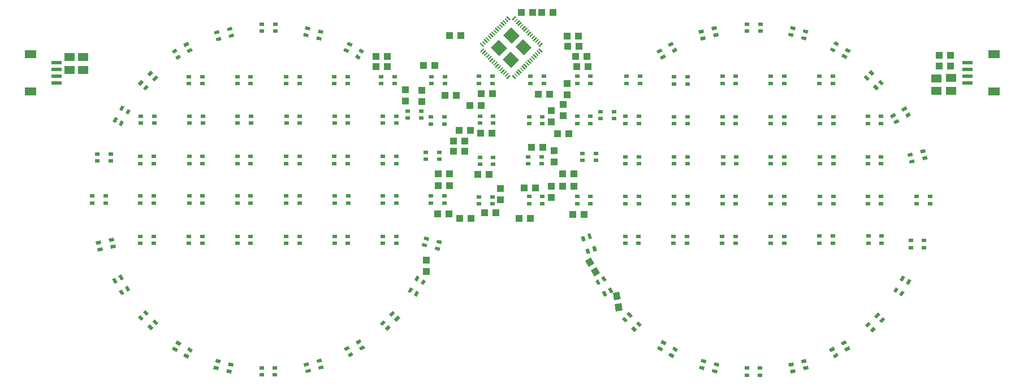
<source format=gbr>
G04 EAGLE Gerber RS-274X export*
G75*
%MOMM*%
%FSLAX34Y34*%
%LPD*%
%INSolderpaste Top*%
%IPPOS*%
%AMOC8*
5,1,8,0,0,1.08239X$1,22.5*%
G01*
%ADD10R,1.500000X1.240000*%
%ADD11R,0.700000X0.200000*%
%ADD12R,1.651000X1.778000*%
%ADD13R,1.075000X1.000000*%
%ADD14R,0.750000X0.500000*%
%ADD15R,1.550000X0.600000*%
%ADD16R,1.800000X1.200000*%
%ADD17R,1.000000X1.075000*%


D10*
X-662580Y231100D03*
X-662580Y250100D03*
X635445Y218205D03*
X635445Y199205D03*
X-641915Y231050D03*
X-641915Y250050D03*
D11*
G36*
X45807Y270620D02*
X40859Y265672D01*
X39445Y267086D01*
X44393Y272034D01*
X45807Y270620D01*
G37*
G36*
X42978Y273448D02*
X38030Y268500D01*
X36616Y269914D01*
X41564Y274862D01*
X42978Y273448D01*
G37*
G36*
X40150Y276276D02*
X35202Y271328D01*
X33788Y272742D01*
X38736Y277690D01*
X40150Y276276D01*
G37*
G36*
X37321Y279105D02*
X32373Y274157D01*
X30959Y275571D01*
X35907Y280519D01*
X37321Y279105D01*
G37*
G36*
X34493Y281933D02*
X29545Y276985D01*
X28131Y278399D01*
X33079Y283347D01*
X34493Y281933D01*
G37*
G36*
X31664Y284762D02*
X26716Y279814D01*
X25302Y281228D01*
X30250Y286176D01*
X31664Y284762D01*
G37*
G36*
X28836Y287590D02*
X23888Y282642D01*
X22474Y284056D01*
X27422Y289004D01*
X28836Y287590D01*
G37*
G36*
X26008Y290419D02*
X21060Y285471D01*
X19646Y286885D01*
X24594Y291833D01*
X26008Y290419D01*
G37*
G36*
X23179Y293247D02*
X18231Y288299D01*
X16817Y289713D01*
X21765Y294661D01*
X23179Y293247D01*
G37*
G36*
X20351Y296075D02*
X15403Y291127D01*
X13989Y292541D01*
X18937Y297489D01*
X20351Y296075D01*
G37*
G36*
X17522Y298904D02*
X12574Y293956D01*
X11160Y295370D01*
X16108Y300318D01*
X17522Y298904D01*
G37*
G36*
X14694Y301732D02*
X9746Y296784D01*
X8332Y298198D01*
X13280Y303146D01*
X14694Y301732D01*
G37*
G36*
X11865Y304561D02*
X6917Y299613D01*
X5503Y301027D01*
X10451Y305975D01*
X11865Y304561D01*
G37*
G36*
X9037Y307389D02*
X4089Y302441D01*
X2675Y303855D01*
X7623Y308803D01*
X9037Y307389D01*
G37*
G36*
X6209Y310218D02*
X1261Y305270D01*
X-153Y306684D01*
X4795Y311632D01*
X6209Y310218D01*
G37*
G36*
X-7225Y311632D02*
X-2277Y306684D01*
X-3691Y305270D01*
X-8639Y310218D01*
X-7225Y311632D01*
G37*
G36*
X-10053Y308803D02*
X-5105Y303855D01*
X-6519Y302441D01*
X-11467Y307389D01*
X-10053Y308803D01*
G37*
G36*
X-12881Y305975D02*
X-7933Y301027D01*
X-9347Y299613D01*
X-14295Y304561D01*
X-12881Y305975D01*
G37*
G36*
X-15710Y303146D02*
X-10762Y298198D01*
X-12176Y296784D01*
X-17124Y301732D01*
X-15710Y303146D01*
G37*
G36*
X-18538Y300318D02*
X-13590Y295370D01*
X-15004Y293956D01*
X-19952Y298904D01*
X-18538Y300318D01*
G37*
G36*
X-21367Y297489D02*
X-16419Y292541D01*
X-17833Y291127D01*
X-22781Y296075D01*
X-21367Y297489D01*
G37*
G36*
X-24195Y294661D02*
X-19247Y289713D01*
X-20661Y288299D01*
X-25609Y293247D01*
X-24195Y294661D01*
G37*
G36*
X-27024Y291833D02*
X-22076Y286885D01*
X-23490Y285471D01*
X-28438Y290419D01*
X-27024Y291833D01*
G37*
G36*
X-29852Y289004D02*
X-24904Y284056D01*
X-26318Y282642D01*
X-31266Y287590D01*
X-29852Y289004D01*
G37*
G36*
X-32680Y286176D02*
X-27732Y281228D01*
X-29146Y279814D01*
X-34094Y284762D01*
X-32680Y286176D01*
G37*
G36*
X-35509Y283347D02*
X-30561Y278399D01*
X-31975Y276985D01*
X-36923Y281933D01*
X-35509Y283347D01*
G37*
G36*
X-38337Y280519D02*
X-33389Y275571D01*
X-34803Y274157D01*
X-39751Y279105D01*
X-38337Y280519D01*
G37*
G36*
X-41166Y277690D02*
X-36218Y272742D01*
X-37632Y271328D01*
X-42580Y276276D01*
X-41166Y277690D01*
G37*
G36*
X-43994Y274862D02*
X-39046Y269914D01*
X-40460Y268500D01*
X-45408Y273448D01*
X-43994Y274862D01*
G37*
G36*
X-46823Y272034D02*
X-41875Y267086D01*
X-43289Y265672D01*
X-48237Y270620D01*
X-46823Y272034D01*
G37*
G36*
X-48237Y258600D02*
X-43289Y263548D01*
X-41875Y262134D01*
X-46823Y257186D01*
X-48237Y258600D01*
G37*
G36*
X-45408Y255772D02*
X-40460Y260720D01*
X-39046Y259306D01*
X-43994Y254358D01*
X-45408Y255772D01*
G37*
G36*
X-42580Y252944D02*
X-37632Y257892D01*
X-36218Y256478D01*
X-41166Y251530D01*
X-42580Y252944D01*
G37*
G36*
X-39751Y250115D02*
X-34803Y255063D01*
X-33389Y253649D01*
X-38337Y248701D01*
X-39751Y250115D01*
G37*
G36*
X-36923Y247287D02*
X-31975Y252235D01*
X-30561Y250821D01*
X-35509Y245873D01*
X-36923Y247287D01*
G37*
G36*
X-34094Y244458D02*
X-29146Y249406D01*
X-27732Y247992D01*
X-32680Y243044D01*
X-34094Y244458D01*
G37*
G36*
X-31266Y241630D02*
X-26318Y246578D01*
X-24904Y245164D01*
X-29852Y240216D01*
X-31266Y241630D01*
G37*
G36*
X-28438Y238801D02*
X-23490Y243749D01*
X-22076Y242335D01*
X-27024Y237387D01*
X-28438Y238801D01*
G37*
G36*
X-25609Y235973D02*
X-20661Y240921D01*
X-19247Y239507D01*
X-24195Y234559D01*
X-25609Y235973D01*
G37*
G36*
X-22781Y233145D02*
X-17833Y238093D01*
X-16419Y236679D01*
X-21367Y231731D01*
X-22781Y233145D01*
G37*
G36*
X-19952Y230316D02*
X-15004Y235264D01*
X-13590Y233850D01*
X-18538Y228902D01*
X-19952Y230316D01*
G37*
G36*
X-17124Y227488D02*
X-12176Y232436D01*
X-10762Y231022D01*
X-15710Y226074D01*
X-17124Y227488D01*
G37*
G36*
X-14295Y224659D02*
X-9347Y229607D01*
X-7933Y228193D01*
X-12881Y223245D01*
X-14295Y224659D01*
G37*
G36*
X-11467Y221831D02*
X-6519Y226779D01*
X-5105Y225365D01*
X-10053Y220417D01*
X-11467Y221831D01*
G37*
G36*
X-8639Y219002D02*
X-3691Y223950D01*
X-2277Y222536D01*
X-7225Y217588D01*
X-8639Y219002D01*
G37*
G36*
X4795Y217588D02*
X-153Y222536D01*
X1261Y223950D01*
X6209Y219002D01*
X4795Y217588D01*
G37*
G36*
X7623Y220417D02*
X2675Y225365D01*
X4089Y226779D01*
X9037Y221831D01*
X7623Y220417D01*
G37*
G36*
X10451Y223245D02*
X5503Y228193D01*
X6917Y229607D01*
X11865Y224659D01*
X10451Y223245D01*
G37*
G36*
X13280Y226074D02*
X8332Y231022D01*
X9746Y232436D01*
X14694Y227488D01*
X13280Y226074D01*
G37*
G36*
X16108Y228902D02*
X11160Y233850D01*
X12574Y235264D01*
X17522Y230316D01*
X16108Y228902D01*
G37*
G36*
X18937Y231731D02*
X13989Y236679D01*
X15403Y238093D01*
X20351Y233145D01*
X18937Y231731D01*
G37*
G36*
X21765Y234559D02*
X16817Y239507D01*
X18231Y240921D01*
X23179Y235973D01*
X21765Y234559D01*
G37*
G36*
X24594Y237387D02*
X19646Y242335D01*
X21060Y243749D01*
X26008Y238801D01*
X24594Y237387D01*
G37*
G36*
X27422Y240216D02*
X22474Y245164D01*
X23888Y246578D01*
X28836Y241630D01*
X27422Y240216D01*
G37*
G36*
X30250Y243044D02*
X25302Y247992D01*
X26716Y249406D01*
X31664Y244458D01*
X30250Y243044D01*
G37*
G36*
X33079Y245873D02*
X28131Y250821D01*
X29545Y252235D01*
X34493Y247287D01*
X33079Y245873D01*
G37*
G36*
X35907Y248701D02*
X30959Y253649D01*
X32373Y255063D01*
X37321Y250115D01*
X35907Y248701D01*
G37*
G36*
X38736Y251530D02*
X33788Y256478D01*
X35202Y257892D01*
X40150Y252944D01*
X38736Y251530D01*
G37*
G36*
X41564Y254358D02*
X36616Y259306D01*
X38030Y260720D01*
X42978Y255772D01*
X41564Y254358D01*
G37*
G36*
X44393Y257186D02*
X39445Y262134D01*
X40859Y263548D01*
X45807Y258600D01*
X44393Y257186D01*
G37*
D12*
G36*
X5072Y265508D02*
X16746Y277182D01*
X29318Y264610D01*
X17644Y252936D01*
X5072Y265508D01*
G37*
G36*
X-13787Y246649D02*
X-2113Y258323D01*
X10459Y245751D01*
X-1215Y234077D01*
X-13787Y246649D01*
G37*
G36*
X-31748Y264610D02*
X-20074Y276284D01*
X-7502Y263712D01*
X-19176Y252038D01*
X-31748Y264610D01*
G37*
G36*
X-12889Y283469D02*
X-1215Y295143D01*
X11357Y282571D01*
X-317Y270897D01*
X-12889Y283469D01*
G37*
D13*
X30745Y316780D03*
X13745Y316780D03*
D14*
G36*
X-148172Y-97576D02*
X-151922Y-104070D01*
X-156252Y-101570D01*
X-152502Y-95076D01*
X-148172Y-97576D01*
G37*
G36*
X-139078Y-102826D02*
X-142828Y-109320D01*
X-147158Y-106820D01*
X-143408Y-100326D01*
X-139078Y-102826D01*
G37*
G36*
X-129078Y-85506D02*
X-132828Y-92000D01*
X-137158Y-89500D01*
X-133408Y-83006D01*
X-129078Y-85506D01*
G37*
G36*
X-138172Y-80256D02*
X-141922Y-86750D01*
X-146252Y-84250D01*
X-142502Y-77756D01*
X-138172Y-80256D01*
G37*
X-49410Y221235D03*
X-49410Y210735D03*
X-29410Y210735D03*
X-29410Y221235D03*
X-48140Y161390D03*
X-48140Y150890D03*
X-28140Y150890D03*
X-28140Y161390D03*
X-48140Y99640D03*
X-48140Y89140D03*
X-28140Y89140D03*
X-28140Y99640D03*
X-49410Y40430D03*
X-49410Y29930D03*
X-29410Y29930D03*
X-29410Y40430D03*
G36*
X-125363Y-25341D02*
X-132607Y-23400D01*
X-131313Y-18571D01*
X-124069Y-20512D01*
X-125363Y-25341D01*
G37*
G36*
X-128081Y-35484D02*
X-135325Y-33543D01*
X-134031Y-28714D01*
X-126787Y-30655D01*
X-128081Y-35484D01*
G37*
G36*
X-108763Y-40660D02*
X-116007Y-38719D01*
X-114713Y-33890D01*
X-107469Y-35831D01*
X-108763Y-40660D01*
G37*
G36*
X-106045Y-30518D02*
X-113289Y-28577D01*
X-111995Y-23748D01*
X-104751Y-25689D01*
X-106045Y-30518D01*
G37*
G36*
X487479Y266052D02*
X480985Y269802D01*
X483485Y274132D01*
X489979Y270382D01*
X487479Y266052D01*
G37*
G36*
X482229Y256958D02*
X475735Y260708D01*
X478235Y265038D01*
X484729Y261288D01*
X482229Y256958D01*
G37*
G36*
X499549Y246958D02*
X493055Y250708D01*
X495555Y255038D01*
X502049Y251288D01*
X499549Y246958D01*
G37*
G36*
X504799Y256052D02*
X498305Y259802D01*
X500805Y264132D01*
X507299Y260382D01*
X504799Y256052D01*
G37*
G36*
X574899Y161992D02*
X568405Y158242D01*
X565905Y162572D01*
X572399Y166322D01*
X574899Y161992D01*
G37*
G36*
X580149Y152898D02*
X573655Y149148D01*
X571155Y153478D01*
X577649Y157228D01*
X580149Y152898D01*
G37*
G36*
X597469Y162898D02*
X590975Y159148D01*
X588475Y163478D01*
X594969Y167228D01*
X597469Y162898D01*
G37*
G36*
X592219Y171992D02*
X585725Y168242D01*
X583225Y172572D01*
X589719Y176322D01*
X592219Y171992D01*
G37*
G36*
X600288Y102145D02*
X593044Y100204D01*
X591750Y105033D01*
X598994Y106974D01*
X600288Y102145D01*
G37*
G36*
X603006Y92002D02*
X595762Y90061D01*
X594468Y94890D01*
X601712Y96831D01*
X603006Y92002D01*
G37*
G36*
X622324Y97179D02*
X615080Y95238D01*
X613786Y100067D01*
X621030Y102008D01*
X622324Y97179D01*
G37*
G36*
X619606Y107321D02*
X612362Y105380D01*
X611068Y110209D01*
X618312Y112150D01*
X619606Y107321D01*
G37*
X605910Y40925D03*
X605910Y30425D03*
X625910Y30425D03*
X625910Y40925D03*
X597020Y-25270D03*
X597020Y-35770D03*
X617020Y-35770D03*
X617020Y-25270D03*
G36*
X578638Y-97356D02*
X574888Y-103850D01*
X570558Y-101350D01*
X574308Y-94856D01*
X578638Y-97356D01*
G37*
G36*
X587732Y-102606D02*
X583982Y-109100D01*
X579652Y-106600D01*
X583402Y-100106D01*
X587732Y-102606D01*
G37*
G36*
X597732Y-85286D02*
X593982Y-91780D01*
X589652Y-89280D01*
X593402Y-82786D01*
X597732Y-85286D01*
G37*
G36*
X588638Y-80036D02*
X584888Y-86530D01*
X580558Y-84030D01*
X584308Y-77536D01*
X588638Y-80036D01*
G37*
G36*
X423277Y290439D02*
X416033Y292380D01*
X417327Y297209D01*
X424571Y295268D01*
X423277Y290439D01*
G37*
G36*
X420559Y280296D02*
X413315Y282237D01*
X414609Y287066D01*
X421853Y285125D01*
X420559Y280296D01*
G37*
G36*
X439877Y275120D02*
X432633Y277061D01*
X433927Y281890D01*
X441171Y279949D01*
X439877Y275120D01*
G37*
G36*
X442595Y285262D02*
X435351Y287203D01*
X436645Y292032D01*
X443889Y290091D01*
X442595Y285262D01*
G37*
G36*
X-189293Y-148004D02*
X-194595Y-153306D01*
X-198131Y-149770D01*
X-192829Y-144468D01*
X-189293Y-148004D01*
G37*
G36*
X-181868Y-155429D02*
X-187170Y-160731D01*
X-190706Y-157195D01*
X-185404Y-151893D01*
X-181868Y-155429D01*
G37*
G36*
X-167726Y-141287D02*
X-173028Y-146589D01*
X-176564Y-143053D01*
X-171262Y-137751D01*
X-167726Y-141287D01*
G37*
G36*
X-175151Y-133862D02*
X-180453Y-139164D01*
X-183989Y-135628D01*
X-178687Y-130326D01*
X-175151Y-133862D01*
G37*
X-120685Y220600D03*
X-120685Y210100D03*
X-100685Y210100D03*
X-100685Y220600D03*
X-121320Y160120D03*
X-121320Y149620D03*
X-101320Y149620D03*
X-101320Y160120D03*
X-128940Y107260D03*
X-128940Y96760D03*
X-108940Y96760D03*
X-108940Y107260D03*
X-121320Y41700D03*
X-121320Y31200D03*
X-101320Y31200D03*
X-101320Y41700D03*
X-156245Y169180D03*
X-156245Y158680D03*
X-136245Y158680D03*
X-136245Y169180D03*
G36*
X539131Y221928D02*
X533829Y227230D01*
X537365Y230766D01*
X542667Y225464D01*
X539131Y221928D01*
G37*
G36*
X531706Y214503D02*
X526404Y219805D01*
X529940Y223341D01*
X535242Y218039D01*
X531706Y214503D01*
G37*
G36*
X545848Y200361D02*
X540546Y205663D01*
X544082Y209199D01*
X549384Y203897D01*
X545848Y200361D01*
G37*
G36*
X553273Y207786D02*
X547971Y213088D01*
X551507Y216624D01*
X556809Y211322D01*
X553273Y207786D01*
G37*
X532730Y161250D03*
X532730Y150750D03*
X552730Y150750D03*
X552730Y161250D03*
X532730Y100770D03*
X532730Y90270D03*
X552730Y90270D03*
X552730Y100770D03*
X532730Y40925D03*
X532730Y30425D03*
X552730Y30425D03*
X552730Y40925D03*
X533365Y-18285D03*
X533365Y-28785D03*
X553365Y-28785D03*
X553365Y-18285D03*
G36*
X537147Y-150344D02*
X531845Y-155646D01*
X528309Y-152110D01*
X533611Y-146808D01*
X537147Y-150344D01*
G37*
G36*
X544572Y-157769D02*
X539270Y-163071D01*
X535734Y-159535D01*
X541036Y-154233D01*
X544572Y-157769D01*
G37*
G36*
X558714Y-143627D02*
X553412Y-148929D01*
X549876Y-145393D01*
X555178Y-140091D01*
X558714Y-143627D01*
G37*
G36*
X551289Y-136202D02*
X545987Y-141504D01*
X542451Y-137968D01*
X547753Y-132666D01*
X551289Y-136202D01*
G37*
X351755Y299540D03*
X351755Y289040D03*
X371755Y289040D03*
X371755Y299540D03*
G36*
X-242656Y-187443D02*
X-249150Y-191193D01*
X-251650Y-186863D01*
X-245156Y-183113D01*
X-242656Y-187443D01*
G37*
G36*
X-237406Y-196537D02*
X-243900Y-200287D01*
X-246400Y-195957D01*
X-239906Y-192207D01*
X-237406Y-196537D01*
G37*
G36*
X-220086Y-186537D02*
X-226580Y-190287D01*
X-229080Y-185957D01*
X-222586Y-182207D01*
X-220086Y-186537D01*
G37*
G36*
X-225336Y-177443D02*
X-231830Y-181193D01*
X-234330Y-176863D01*
X-227836Y-173113D01*
X-225336Y-177443D01*
G37*
X-195770Y220600D03*
X-195770Y210100D03*
X-175770Y210100D03*
X-175770Y220600D03*
X-193230Y161390D03*
X-193230Y150890D03*
X-173230Y150890D03*
X-173230Y161390D03*
X-193230Y100910D03*
X-193230Y90410D03*
X-173230Y90410D03*
X-173230Y100910D03*
X-193230Y41700D03*
X-193230Y31200D03*
X-173230Y31200D03*
X-173230Y41700D03*
X-193230Y-18780D03*
X-193230Y-29280D03*
X-173230Y-29280D03*
X-173230Y-18780D03*
X460185Y221095D03*
X460185Y210595D03*
X480185Y210595D03*
X480185Y221095D03*
X460820Y160615D03*
X460820Y150115D03*
X480820Y150115D03*
X480820Y160615D03*
X460820Y100770D03*
X460820Y90270D03*
X480820Y90270D03*
X480820Y100770D03*
X460820Y40925D03*
X460820Y30425D03*
X480820Y30425D03*
X480820Y40925D03*
X460185Y-18285D03*
X460185Y-28785D03*
X480185Y-28785D03*
X480185Y-18285D03*
G36*
X483829Y-188803D02*
X477335Y-192553D01*
X474835Y-188223D01*
X481329Y-184473D01*
X483829Y-188803D01*
G37*
G36*
X489079Y-197897D02*
X482585Y-201647D01*
X480085Y-197317D01*
X486579Y-193567D01*
X489079Y-197897D01*
G37*
G36*
X506399Y-187897D02*
X499905Y-191647D01*
X497405Y-187317D01*
X503899Y-183567D01*
X506399Y-187897D01*
G37*
G36*
X501149Y-178803D02*
X494655Y-182553D01*
X492155Y-178223D01*
X498649Y-174473D01*
X501149Y-178803D01*
G37*
G36*
X287558Y286945D02*
X280314Y285004D01*
X279020Y289833D01*
X286264Y291774D01*
X287558Y286945D01*
G37*
G36*
X290276Y276802D02*
X283032Y274861D01*
X281738Y279690D01*
X288982Y281631D01*
X290276Y276802D01*
G37*
G36*
X309594Y281979D02*
X302350Y280038D01*
X301056Y284867D01*
X308300Y286808D01*
X309594Y281979D01*
G37*
G36*
X306876Y292121D02*
X299632Y290180D01*
X298338Y295009D01*
X305582Y296950D01*
X306876Y292121D01*
G37*
G36*
X-303782Y-212210D02*
X-311026Y-214151D01*
X-312320Y-209322D01*
X-305076Y-207381D01*
X-303782Y-212210D01*
G37*
G36*
X-301064Y-222353D02*
X-308308Y-224294D01*
X-309602Y-219465D01*
X-302358Y-217524D01*
X-301064Y-222353D01*
G37*
G36*
X-281746Y-217176D02*
X-288990Y-219117D01*
X-290284Y-214288D01*
X-283040Y-212347D01*
X-281746Y-217176D01*
G37*
G36*
X-284464Y-207034D02*
X-291708Y-208975D01*
X-293002Y-204146D01*
X-285758Y-202205D01*
X-284464Y-207034D01*
G37*
X-266410Y220600D03*
X-266410Y210100D03*
X-246410Y210100D03*
X-246410Y220600D03*
X-265775Y161390D03*
X-265775Y150890D03*
X-245775Y150890D03*
X-245775Y161390D03*
X-266410Y100910D03*
X-266410Y90410D03*
X-246410Y90410D03*
X-246410Y100910D03*
X-265140Y41700D03*
X-265140Y31200D03*
X-245140Y31200D03*
X-245140Y41700D03*
X-265775Y-18780D03*
X-265775Y-29280D03*
X-245775Y-29280D03*
X-245775Y-18780D03*
X387640Y221095D03*
X387640Y210595D03*
X407640Y210595D03*
X407640Y221095D03*
X387640Y160615D03*
X387640Y150115D03*
X407640Y150115D03*
X407640Y160615D03*
X387640Y100770D03*
X387640Y90270D03*
X407640Y90270D03*
X407640Y100770D03*
X387640Y40925D03*
X387640Y30425D03*
X407640Y30425D03*
X407640Y40925D03*
X387640Y-18920D03*
X387640Y-29420D03*
X407640Y-29420D03*
X407640Y-18920D03*
G36*
X422023Y-212645D02*
X414779Y-214586D01*
X413485Y-209757D01*
X420729Y-207816D01*
X422023Y-212645D01*
G37*
G36*
X424741Y-222788D02*
X417497Y-224729D01*
X416203Y-219900D01*
X423447Y-217959D01*
X424741Y-222788D01*
G37*
G36*
X444059Y-217611D02*
X436815Y-219552D01*
X435521Y-214723D01*
X442765Y-212782D01*
X444059Y-217611D01*
G37*
G36*
X441341Y-207469D02*
X434097Y-209410D01*
X432803Y-204581D01*
X440047Y-202640D01*
X441341Y-207469D01*
G37*
G36*
X225184Y259007D02*
X218690Y255257D01*
X216190Y259587D01*
X222684Y263337D01*
X225184Y259007D01*
G37*
G36*
X230434Y249913D02*
X223940Y246163D01*
X221440Y250493D01*
X227934Y254243D01*
X230434Y249913D01*
G37*
G36*
X247754Y259913D02*
X241260Y256163D01*
X238760Y260493D01*
X245254Y264243D01*
X247754Y259913D01*
G37*
G36*
X242504Y269007D02*
X236010Y265257D01*
X233510Y269587D01*
X240004Y273337D01*
X242504Y269007D01*
G37*
X-375150Y-216125D03*
X-375150Y-226625D03*
X-355150Y-226625D03*
X-355150Y-216125D03*
X-338320Y220600D03*
X-338320Y210100D03*
X-318320Y210100D03*
X-318320Y220600D03*
X-337685Y161390D03*
X-337685Y150890D03*
X-317685Y150890D03*
X-317685Y161390D03*
X-338320Y100910D03*
X-338320Y90410D03*
X-318320Y90410D03*
X-318320Y100910D03*
X-338320Y41700D03*
X-338320Y31200D03*
X-318320Y31200D03*
X-318320Y41700D03*
X-338320Y-18780D03*
X-338320Y-29280D03*
X-318320Y-29280D03*
X-318320Y-18780D03*
X315095Y221095D03*
X315095Y210595D03*
X335095Y210595D03*
X335095Y221095D03*
X315095Y160615D03*
X315095Y150115D03*
X335095Y150115D03*
X335095Y160615D03*
X315730Y100770D03*
X315730Y90270D03*
X335730Y90270D03*
X335730Y100770D03*
X315095Y40925D03*
X315095Y30425D03*
X335095Y30425D03*
X335095Y40925D03*
X314460Y-18920D03*
X314460Y-29420D03*
X334460Y-29420D03*
X334460Y-18920D03*
X351290Y-216560D03*
X351290Y-227060D03*
X371290Y-227060D03*
X371290Y-216560D03*
G36*
X-437288Y-209351D02*
X-444532Y-207410D01*
X-443238Y-202581D01*
X-435994Y-204522D01*
X-437288Y-209351D01*
G37*
G36*
X-440006Y-219494D02*
X-447250Y-217553D01*
X-445956Y-212724D01*
X-438712Y-214665D01*
X-440006Y-219494D01*
G37*
G36*
X-420688Y-224670D02*
X-427932Y-222729D01*
X-426638Y-217900D01*
X-419394Y-219841D01*
X-420688Y-224670D01*
G37*
G36*
X-417970Y-214528D02*
X-425214Y-212587D01*
X-423920Y-207758D01*
X-416676Y-209699D01*
X-417970Y-214528D01*
G37*
X-411500Y220600D03*
X-411500Y210100D03*
X-391500Y210100D03*
X-391500Y220600D03*
X-410865Y161390D03*
X-410865Y150890D03*
X-390865Y150890D03*
X-390865Y161390D03*
X-411500Y100910D03*
X-411500Y90410D03*
X-391500Y90410D03*
X-391500Y100910D03*
X-411500Y41700D03*
X-411500Y31200D03*
X-391500Y31200D03*
X-391500Y41700D03*
X-411500Y-18780D03*
X-411500Y-29280D03*
X-391500Y-29280D03*
X-391500Y-18780D03*
X242550Y220460D03*
X242550Y209960D03*
X262550Y209960D03*
X262550Y220460D03*
X242550Y160615D03*
X242550Y150115D03*
X262550Y150115D03*
X262550Y160615D03*
X242550Y100770D03*
X242550Y90270D03*
X262550Y90270D03*
X262550Y100770D03*
X242550Y40925D03*
X242550Y30425D03*
X262550Y30425D03*
X262550Y40925D03*
X241915Y-18920D03*
X241915Y-29420D03*
X261915Y-29420D03*
X261915Y-18920D03*
G36*
X289787Y-209151D02*
X282543Y-207210D01*
X283837Y-202381D01*
X291081Y-204322D01*
X289787Y-209151D01*
G37*
G36*
X287069Y-219294D02*
X279825Y-217353D01*
X281119Y-212524D01*
X288363Y-214465D01*
X287069Y-219294D01*
G37*
G36*
X306387Y-224470D02*
X299143Y-222529D01*
X300437Y-217700D01*
X307681Y-219641D01*
X306387Y-224470D01*
G37*
G36*
X309105Y-214328D02*
X301861Y-212387D01*
X303155Y-207558D01*
X310399Y-209499D01*
X309105Y-214328D01*
G37*
G36*
X-241006Y265122D02*
X-247500Y268872D01*
X-245000Y273202D01*
X-238506Y269452D01*
X-241006Y265122D01*
G37*
G36*
X-246256Y256028D02*
X-252750Y259778D01*
X-250250Y264108D01*
X-243756Y260358D01*
X-246256Y256028D01*
G37*
G36*
X-228936Y246028D02*
X-235430Y249778D01*
X-232930Y254108D01*
X-226436Y250358D01*
X-228936Y246028D01*
G37*
G36*
X-223686Y255122D02*
X-230180Y258872D01*
X-227680Y263202D01*
X-221186Y259452D01*
X-223686Y255122D01*
G37*
G36*
X-497701Y-183233D02*
X-504195Y-179483D01*
X-501695Y-175153D01*
X-495201Y-178903D01*
X-497701Y-183233D01*
G37*
G36*
X-502951Y-192327D02*
X-509445Y-188577D01*
X-506945Y-184247D01*
X-500451Y-187997D01*
X-502951Y-192327D01*
G37*
G36*
X-485631Y-202327D02*
X-492125Y-198577D01*
X-489625Y-194247D01*
X-483131Y-197997D01*
X-485631Y-202327D01*
G37*
G36*
X-480381Y-193233D02*
X-486875Y-189483D01*
X-484375Y-185153D01*
X-477881Y-188903D01*
X-480381Y-193233D01*
G37*
X-484045Y220600D03*
X-484045Y210100D03*
X-464045Y210100D03*
X-464045Y220600D03*
X-482775Y161390D03*
X-482775Y150890D03*
X-462775Y150890D03*
X-462775Y161390D03*
X-483410Y100910D03*
X-483410Y90410D03*
X-463410Y90410D03*
X-463410Y100910D03*
X-483410Y41700D03*
X-483410Y31200D03*
X-463410Y31200D03*
X-463410Y41700D03*
X-484045Y-18780D03*
X-484045Y-29280D03*
X-464045Y-29280D03*
X-464045Y-18780D03*
X171275Y221095D03*
X171275Y210595D03*
X191275Y210595D03*
X191275Y221095D03*
X170005Y161250D03*
X170005Y150750D03*
X190005Y150750D03*
X190005Y161250D03*
X170005Y100770D03*
X170005Y90270D03*
X190005Y90270D03*
X190005Y100770D03*
X170005Y40925D03*
X170005Y30425D03*
X190005Y30425D03*
X190005Y40925D03*
X169370Y-18920D03*
X169370Y-29420D03*
X189370Y-29420D03*
X189370Y-18920D03*
G36*
X228739Y-182398D02*
X222245Y-178648D01*
X224745Y-174318D01*
X231239Y-178068D01*
X228739Y-182398D01*
G37*
G36*
X223489Y-191492D02*
X216995Y-187742D01*
X219495Y-183412D01*
X225989Y-187162D01*
X223489Y-191492D01*
G37*
G36*
X240809Y-201492D02*
X234315Y-197742D01*
X236815Y-193412D01*
X243309Y-197162D01*
X240809Y-201492D01*
G37*
G36*
X246059Y-192398D02*
X239565Y-188648D01*
X242065Y-184318D01*
X248559Y-188068D01*
X246059Y-192398D01*
G37*
G36*
X-302823Y289804D02*
X-310067Y291745D01*
X-308773Y296574D01*
X-301529Y294633D01*
X-302823Y289804D01*
G37*
G36*
X-305541Y279661D02*
X-312785Y281602D01*
X-311491Y286431D01*
X-304247Y284490D01*
X-305541Y279661D01*
G37*
G36*
X-286223Y274485D02*
X-293467Y276426D01*
X-292173Y281255D01*
X-284929Y279314D01*
X-286223Y274485D01*
G37*
G36*
X-283505Y284627D02*
X-290749Y286568D01*
X-289455Y291397D01*
X-282211Y289456D01*
X-283505Y284627D01*
G37*
G36*
X-547649Y-137822D02*
X-552951Y-132520D01*
X-549415Y-128984D01*
X-544113Y-134286D01*
X-547649Y-137822D01*
G37*
G36*
X-555074Y-145247D02*
X-560376Y-139945D01*
X-556840Y-136409D01*
X-551538Y-141711D01*
X-555074Y-145247D01*
G37*
G36*
X-540932Y-159389D02*
X-546234Y-154087D01*
X-542698Y-150551D01*
X-537396Y-155853D01*
X-540932Y-159389D01*
G37*
G36*
X-533507Y-151964D02*
X-538809Y-146662D01*
X-535273Y-143126D01*
X-529971Y-148428D01*
X-533507Y-151964D01*
G37*
G36*
X-551538Y212521D02*
X-556840Y207219D01*
X-560376Y210755D01*
X-555074Y216057D01*
X-551538Y212521D01*
G37*
G36*
X-544113Y205096D02*
X-549415Y199794D01*
X-552951Y203330D01*
X-547649Y208632D01*
X-544113Y205096D01*
G37*
G36*
X-529971Y219238D02*
X-535273Y213936D01*
X-538809Y217472D01*
X-533507Y222774D01*
X-529971Y219238D01*
G37*
G36*
X-537396Y226663D02*
X-542698Y221361D01*
X-546234Y224897D01*
X-540932Y230199D01*
X-537396Y226663D01*
G37*
X-555955Y161390D03*
X-555955Y150890D03*
X-535955Y150890D03*
X-535955Y161390D03*
X-556590Y100910D03*
X-556590Y90410D03*
X-536590Y90410D03*
X-536590Y100910D03*
X-556590Y41700D03*
X-556590Y31200D03*
X-536590Y31200D03*
X-536590Y41700D03*
X-556590Y-18780D03*
X-556590Y-29280D03*
X-536590Y-29280D03*
X-536590Y-18780D03*
X97460Y221095D03*
X97460Y210595D03*
X117460Y210595D03*
X117460Y221095D03*
X97460Y161250D03*
X97460Y150750D03*
X117460Y150750D03*
X117460Y161250D03*
X105715Y105850D03*
X105715Y95350D03*
X125715Y95350D03*
X125715Y105850D03*
X97460Y40925D03*
X97460Y30425D03*
X117460Y30425D03*
X117460Y40925D03*
X132385Y168405D03*
X132385Y157905D03*
X152385Y157905D03*
X152385Y168405D03*
G36*
X176886Y-140797D02*
X171584Y-135495D01*
X175120Y-131959D01*
X180422Y-137261D01*
X176886Y-140797D01*
G37*
G36*
X169461Y-148222D02*
X164159Y-142920D01*
X167695Y-139384D01*
X172997Y-144686D01*
X169461Y-148222D01*
G37*
G36*
X183603Y-162364D02*
X178301Y-157062D01*
X181837Y-153526D01*
X187139Y-158828D01*
X183603Y-162364D01*
G37*
G36*
X191028Y-154939D02*
X185726Y-149637D01*
X189262Y-146101D01*
X194564Y-151403D01*
X191028Y-154939D01*
G37*
X-374345Y299540D03*
X-374345Y289040D03*
X-354345Y289040D03*
X-354345Y299540D03*
G36*
X-585973Y-84614D02*
X-589723Y-78120D01*
X-585393Y-75620D01*
X-581643Y-82114D01*
X-585973Y-84614D01*
G37*
G36*
X-595067Y-89864D02*
X-598817Y-83370D01*
X-594487Y-80870D01*
X-590737Y-87364D01*
X-595067Y-89864D01*
G37*
G36*
X-585067Y-107184D02*
X-588817Y-100690D01*
X-584487Y-98190D01*
X-580737Y-104684D01*
X-585067Y-107184D01*
G37*
G36*
X-575973Y-101934D02*
X-579723Y-95440D01*
X-575393Y-92940D01*
X-571643Y-99434D01*
X-575973Y-101934D01*
G37*
G36*
X-500761Y258807D02*
X-507255Y255057D01*
X-509755Y259387D01*
X-503261Y263137D01*
X-500761Y258807D01*
G37*
G36*
X-495511Y249713D02*
X-502005Y245963D01*
X-504505Y250293D01*
X-498011Y254043D01*
X-495511Y249713D01*
G37*
G36*
X-478191Y259713D02*
X-484685Y255963D01*
X-487185Y260293D01*
X-480691Y264043D01*
X-478191Y259713D01*
G37*
G36*
X-483441Y268807D02*
X-489935Y265057D01*
X-492435Y269387D01*
X-485941Y273137D01*
X-483441Y268807D01*
G37*
G36*
X-590102Y158019D02*
X-593852Y151525D01*
X-598182Y154025D01*
X-594432Y160519D01*
X-590102Y158019D01*
G37*
G36*
X-581008Y152769D02*
X-584758Y146275D01*
X-589088Y148775D01*
X-585338Y155269D01*
X-581008Y152769D01*
G37*
G36*
X-571008Y170089D02*
X-574758Y163595D01*
X-579088Y166095D01*
X-575338Y172589D01*
X-571008Y170089D01*
G37*
G36*
X-580102Y175339D02*
X-583852Y168845D01*
X-588182Y171345D01*
X-584432Y177839D01*
X-580102Y175339D01*
G37*
X-620880Y104720D03*
X-620880Y94220D03*
X-600880Y94220D03*
X-600880Y104720D03*
X-628500Y41700D03*
X-628500Y31200D03*
X-608500Y31200D03*
X-608500Y41700D03*
G36*
X-615015Y-29728D02*
X-622350Y-31288D01*
X-623389Y-26398D01*
X-616054Y-24838D01*
X-615015Y-29728D01*
G37*
G36*
X-612832Y-39998D02*
X-620167Y-41558D01*
X-621206Y-36668D01*
X-613871Y-35108D01*
X-612832Y-39998D01*
G37*
G36*
X-593269Y-35840D02*
X-600604Y-37400D01*
X-601643Y-32510D01*
X-594308Y-30950D01*
X-593269Y-35840D01*
G37*
G36*
X-595452Y-25570D02*
X-602787Y-27130D01*
X-603826Y-22240D01*
X-596491Y-20680D01*
X-595452Y-25570D01*
G37*
X27455Y221095D03*
X27455Y210595D03*
X47455Y210595D03*
X47455Y221095D03*
X25550Y160615D03*
X25550Y150115D03*
X45550Y150115D03*
X45550Y160615D03*
X24280Y100770D03*
X24280Y90270D03*
X44280Y90270D03*
X44280Y100770D03*
X25550Y40925D03*
X25550Y30425D03*
X45550Y30425D03*
X45550Y40925D03*
G36*
X114514Y-36534D02*
X117079Y-43580D01*
X112382Y-45290D01*
X109817Y-38244D01*
X114514Y-36534D01*
G37*
G36*
X124381Y-32943D02*
X126946Y-39989D01*
X122249Y-41699D01*
X119684Y-34653D01*
X124381Y-32943D01*
G37*
G36*
X117540Y-14149D02*
X120105Y-21195D01*
X115408Y-22905D01*
X112843Y-15859D01*
X117540Y-14149D01*
G37*
G36*
X107673Y-17741D02*
X110238Y-24787D01*
X105541Y-26497D01*
X102976Y-19451D01*
X107673Y-17741D01*
G37*
G36*
X137292Y-86954D02*
X133542Y-80460D01*
X137872Y-77960D01*
X141622Y-84454D01*
X137292Y-86954D01*
G37*
G36*
X128198Y-92204D02*
X124448Y-85710D01*
X128778Y-83210D01*
X132528Y-89704D01*
X128198Y-92204D01*
G37*
G36*
X138198Y-109524D02*
X134448Y-103030D01*
X138778Y-100530D01*
X142528Y-107024D01*
X138198Y-109524D01*
G37*
G36*
X147292Y-104274D02*
X143542Y-97780D01*
X147872Y-95280D01*
X151622Y-101774D01*
X147292Y-104274D01*
G37*
G36*
X-437907Y285675D02*
X-445151Y283734D01*
X-446445Y288563D01*
X-439201Y290504D01*
X-437907Y285675D01*
G37*
G36*
X-435189Y275532D02*
X-442433Y273591D01*
X-443727Y278420D01*
X-436483Y280361D01*
X-435189Y275532D01*
G37*
G36*
X-415871Y280709D02*
X-423115Y278768D01*
X-424409Y283597D01*
X-417165Y285538D01*
X-415871Y280709D01*
G37*
G36*
X-418589Y290851D02*
X-425833Y288910D01*
X-427127Y293739D01*
X-419883Y295680D01*
X-418589Y290851D01*
G37*
D15*
X682250Y221695D03*
X682250Y231695D03*
X682250Y211695D03*
X682250Y241695D03*
D16*
X721250Y198695D03*
X721250Y254695D03*
D15*
X-682250Y231695D03*
X-682250Y221695D03*
X-682250Y241695D03*
X-682250Y211695D03*
D16*
X-721250Y254695D03*
X-721250Y198695D03*
D13*
X61120Y316895D03*
X44120Y316895D03*
D10*
X657710Y218505D03*
X657710Y199505D03*
D13*
X-76785Y282270D03*
X-93785Y282270D03*
X-61350Y8255D03*
X-78350Y8255D03*
X-94370Y14605D03*
X-111370Y14605D03*
D17*
X-128270Y-54365D03*
X-128270Y-71365D03*
D13*
X-100575Y193040D03*
X-83575Y193040D03*
X-46600Y194945D03*
X-29600Y194945D03*
X-115960Y237490D03*
X-132960Y237490D03*
X-61985Y140335D03*
X-78985Y140335D03*
X-47235Y135890D03*
X-30235Y135890D03*
X-63110Y177800D03*
X-46110Y177800D03*
X-93735Y74930D03*
X-110735Y74930D03*
X-34045Y74295D03*
X-51045Y74295D03*
X-70875Y108585D03*
X-87875Y108585D03*
X-23885Y16510D03*
X-40885Y16510D03*
D17*
X-17780Y52950D03*
X-17780Y35950D03*
D13*
X-93735Y57150D03*
X-110735Y57150D03*
D17*
X-160020Y200905D03*
X-160020Y183905D03*
X-135255Y200270D03*
X-135255Y183270D03*
D13*
X-70875Y123825D03*
X-87875Y123825D03*
X56125Y194310D03*
X39125Y194310D03*
D17*
X82550Y193430D03*
X82550Y210430D03*
D13*
X96910Y236220D03*
X113910Y236220D03*
X68335Y135255D03*
X85335Y135255D03*
D17*
X58420Y169790D03*
X58420Y152790D03*
X76835Y179315D03*
X76835Y162315D03*
D13*
X75320Y74930D03*
X92320Y74930D03*
D17*
X62865Y110100D03*
X62865Y93100D03*
D13*
X28965Y114935D03*
X45965Y114935D03*
X18170Y53975D03*
X35170Y53975D03*
D17*
X59055Y56760D03*
X59055Y39760D03*
D13*
X75320Y56515D03*
X92320Y56515D03*
X95005Y251460D03*
X112005Y251460D03*
X82940Y266700D03*
X99940Y266700D03*
X91195Y13970D03*
X108195Y13970D03*
X10550Y8255D03*
X27550Y8255D03*
G36*
X114758Y-64563D02*
X109383Y-55255D01*
X118042Y-50255D01*
X123417Y-59563D01*
X114758Y-64563D01*
G37*
G36*
X123258Y-79285D02*
X117883Y-69977D01*
X126542Y-64977D01*
X131917Y-74285D01*
X123258Y-79285D01*
G37*
G36*
X163581Y-119050D02*
X165448Y-129636D01*
X155601Y-131372D01*
X153734Y-120786D01*
X163581Y-119050D01*
G37*
G36*
X160629Y-102308D02*
X162496Y-112894D01*
X152649Y-114630D01*
X150782Y-104044D01*
X160629Y-102308D01*
G37*
X82305Y281940D03*
X99305Y281940D03*
X-187080Y236220D03*
X-204080Y236220D03*
X-187080Y251460D03*
X-204080Y251460D03*
X656200Y252730D03*
X639200Y252730D03*
X656200Y236855D03*
X639200Y236855D03*
M02*

</source>
